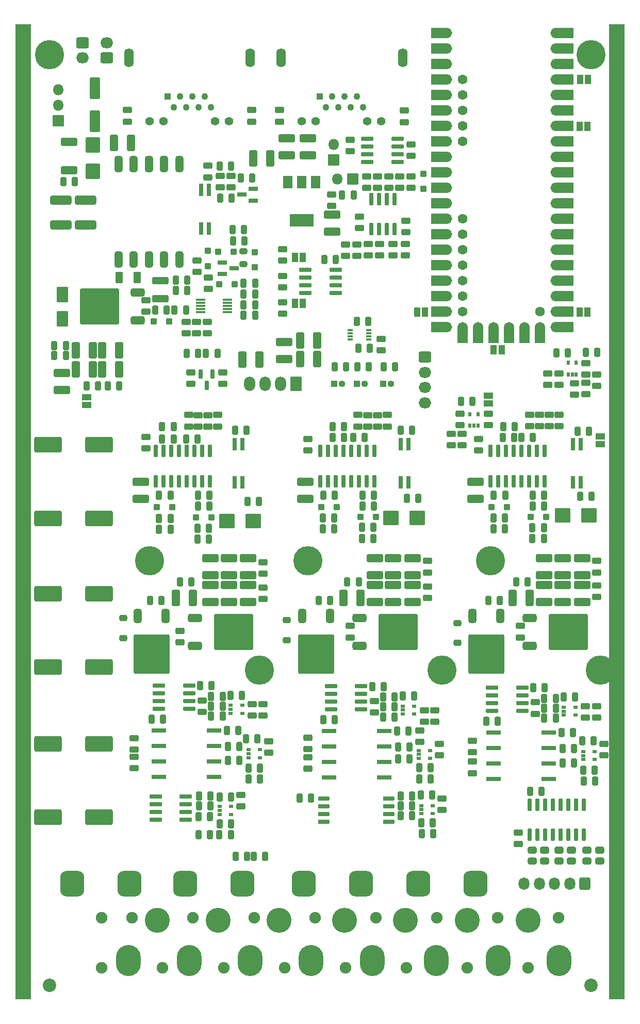
<source format=gts>
G04 #@! TF.GenerationSoftware,KiCad,Pcbnew,7.0.2-6a45011f42~172~ubuntu20.04.1*
G04 #@! TF.CreationDate,2023-06-13T08:43:18+02:00*
G04 #@! TF.ProjectId,inverter,696e7665-7274-4657-922e-6b696361645f,rev?*
G04 #@! TF.SameCoordinates,Original*
G04 #@! TF.FileFunction,Soldermask,Top*
G04 #@! TF.FilePolarity,Negative*
%FSLAX46Y46*%
G04 Gerber Fmt 4.6, Leading zero omitted, Abs format (unit mm)*
G04 Created by KiCad (PCBNEW 7.0.2-6a45011f42~172~ubuntu20.04.1) date 2023-06-13 08:43:18*
%MOMM*%
%LPD*%
G01*
G04 APERTURE LIST*
G04 Aperture macros list*
%AMRoundRect*
0 Rectangle with rounded corners*
0 $1 Rounding radius*
0 $2 $3 $4 $5 $6 $7 $8 $9 X,Y pos of 4 corners*
0 Add a 4 corners polygon primitive as box body*
4,1,4,$2,$3,$4,$5,$6,$7,$8,$9,$2,$3,0*
0 Add four circle primitives for the rounded corners*
1,1,$1+$1,$2,$3*
1,1,$1+$1,$4,$5*
1,1,$1+$1,$6,$7*
1,1,$1+$1,$8,$9*
0 Add four rect primitives between the rounded corners*
20,1,$1+$1,$2,$3,$4,$5,0*
20,1,$1+$1,$4,$5,$6,$7,0*
20,1,$1+$1,$6,$7,$8,$9,0*
20,1,$1+$1,$8,$9,$2,$3,0*%
G04 Aperture macros list end*
%ADD10RoundRect,0.300000X0.250000X0.250000X-0.250000X0.250000X-0.250000X-0.250000X0.250000X-0.250000X0*%
%ADD11RoundRect,0.293750X0.456250X-0.243750X0.456250X0.243750X-0.456250X0.243750X-0.456250X-0.243750X0*%
%ADD12RoundRect,0.050000X-0.325000X-0.200000X0.325000X-0.200000X0.325000X0.200000X-0.325000X0.200000X0*%
%ADD13RoundRect,0.293750X0.243750X0.456250X-0.243750X0.456250X-0.243750X-0.456250X0.243750X-0.456250X0*%
%ADD14RoundRect,0.293750X-0.243750X-0.456250X0.243750X-0.456250X0.243750X0.456250X-0.243750X0.456250X0*%
%ADD15RoundRect,0.200000X-0.825000X-0.150000X0.825000X-0.150000X0.825000X0.150000X-0.825000X0.150000X0*%
%ADD16RoundRect,0.293750X-0.456250X0.243750X-0.456250X-0.243750X0.456250X-0.243750X0.456250X0.243750X0*%
%ADD17RoundRect,0.300000X0.375000X1.075000X-0.375000X1.075000X-0.375000X-1.075000X0.375000X-1.075000X0*%
%ADD18RoundRect,0.050000X-0.500000X-0.750000X0.500000X-0.750000X0.500000X0.750000X-0.500000X0.750000X0*%
%ADD19RoundRect,0.299999X1.450001X-0.450001X1.450001X0.450001X-1.450001X0.450001X-1.450001X-0.450001X0*%
%ADD20RoundRect,0.300000X-0.250000X0.250000X-0.250000X-0.250000X0.250000X-0.250000X0.250000X0.250000X0*%
%ADD21RoundRect,0.300000X-1.075000X0.375000X-1.075000X-0.375000X1.075000X-0.375000X1.075000X0.375000X0*%
%ADD22RoundRect,0.300000X-0.375000X-1.075000X0.375000X-1.075000X0.375000X1.075000X-0.375000X1.075000X0*%
%ADD23RoundRect,0.050000X0.700000X0.150000X-0.700000X0.150000X-0.700000X-0.150000X0.700000X-0.150000X0*%
%ADD24RoundRect,0.300000X1.075000X-0.362500X1.075000X0.362500X-1.075000X0.362500X-1.075000X-0.362500X0*%
%ADD25RoundRect,0.300000X1.075000X-0.375000X1.075000X0.375000X-1.075000X0.375000X-1.075000X-0.375000X0*%
%ADD26RoundRect,0.300000X0.850000X0.350000X-0.850000X0.350000X-0.850000X-0.350000X0.850000X-0.350000X0*%
%ADD27RoundRect,0.299997X2.950003X2.650003X-2.950003X2.650003X-2.950003X-2.650003X2.950003X-2.650003X0*%
%ADD28RoundRect,0.300000X-0.750000X0.600000X-0.750000X-0.600000X0.750000X-0.600000X0.750000X0.600000X0*%
%ADD29O,2.100000X1.800000*%
%ADD30RoundRect,0.300000X-0.350000X0.850000X-0.350000X-0.850000X0.350000X-0.850000X0.350000X0.850000X0*%
%ADD31RoundRect,0.299997X-2.650003X2.950003X-2.650003X-2.950003X2.650003X-2.950003X2.650003X2.950003X0*%
%ADD32RoundRect,0.300000X-1.000000X-0.900000X1.000000X-0.900000X1.000000X0.900000X-1.000000X0.900000X0*%
%ADD33C,3.200000*%
%ADD34C,4.800000*%
%ADD35RoundRect,1.002500X-0.952500X-1.077500X0.952500X-1.077500X0.952500X1.077500X-0.952500X1.077500X0*%
%ADD36RoundRect,0.050000X-0.320000X1.000000X-0.320000X-1.000000X0.320000X-1.000000X0.320000X1.000000X0*%
%ADD37RoundRect,0.050000X0.750000X-0.500000X0.750000X0.500000X-0.750000X0.500000X-0.750000X-0.500000X0*%
%ADD38C,2.200000*%
%ADD39C,1.903400*%
%ADD40O,4.100000X5.100000*%
%ADD41O,4.100000X4.100000*%
%ADD42RoundRect,0.200000X0.150000X-0.825000X0.150000X0.825000X-0.150000X0.825000X-0.150000X-0.825000X0*%
%ADD43RoundRect,0.300000X0.600000X0.725000X-0.600000X0.725000X-0.600000X-0.725000X0.600000X-0.725000X0*%
%ADD44O,1.800000X2.050000*%
%ADD45RoundRect,0.300000X1.950000X1.000000X-1.950000X1.000000X-1.950000X-1.000000X1.950000X-1.000000X0*%
%ADD46RoundRect,0.300000X-0.850000X-0.350000X0.850000X-0.350000X0.850000X0.350000X-0.850000X0.350000X0*%
%ADD47RoundRect,0.299997X-2.950003X-2.650003X2.950003X-2.650003X2.950003X2.650003X-2.950003X2.650003X0*%
%ADD48RoundRect,0.050000X-0.500000X-0.500000X0.500000X-0.500000X0.500000X0.500000X-0.500000X0.500000X0*%
%ADD49C,1.100000*%
%ADD50C,1.400000*%
%ADD51O,1.600000X3.100000*%
%ADD52RoundRect,0.300000X-0.900000X1.000000X-0.900000X-1.000000X0.900000X-1.000000X0.900000X1.000000X0*%
%ADD53RoundRect,0.050000X1.000000X-0.800000X1.000000X0.800000X-1.000000X0.800000X-1.000000X-0.800000X0*%
%ADD54O,2.500000X1.700000*%
%ADD55RoundRect,0.050000X-1.000000X0.800000X-1.000000X-0.800000X1.000000X-0.800000X1.000000X0.800000X0*%
%ADD56C,1.600000*%
%ADD57RoundRect,0.050000X0.800000X1.000000X-0.800000X1.000000X-0.800000X-1.000000X0.800000X-1.000000X0*%
%ADD58O,1.700000X2.500000*%
%ADD59RoundRect,0.050000X0.200000X-0.325000X0.200000X0.325000X-0.200000X0.325000X-0.200000X-0.325000X0*%
%ADD60RoundRect,0.300000X-1.075000X0.312500X-1.075000X-0.312500X1.075000X-0.312500X1.075000X0.312500X0*%
%ADD61RoundRect,0.050000X-0.850000X0.850000X-0.850000X-0.850000X0.850000X-0.850000X0.850000X0.850000X0*%
%ADD62O,1.800000X1.800000*%
%ADD63RoundRect,0.200000X0.825000X0.150000X-0.825000X0.150000X-0.825000X-0.150000X0.825000X-0.150000X0*%
%ADD64RoundRect,0.300000X0.550000X-1.500000X0.550000X1.500000X-0.550000X1.500000X-0.550000X-1.500000X0*%
%ADD65RoundRect,0.200000X-0.150000X0.825000X-0.150000X-0.825000X0.150000X-0.825000X0.150000X0.825000X0*%
%ADD66RoundRect,0.300000X-0.450000X0.262500X-0.450000X-0.262500X0.450000X-0.262500X0.450000X0.262500X0*%
%ADD67RoundRect,0.050000X-0.400000X0.150000X-0.400000X-0.150000X0.400000X-0.150000X0.400000X0.150000X0*%
%ADD68RoundRect,0.300000X0.750000X-0.600000X0.750000X0.600000X-0.750000X0.600000X-0.750000X-0.600000X0*%
%ADD69RoundRect,0.212500X-1.012500X-0.162500X1.012500X-0.162500X1.012500X0.162500X-1.012500X0.162500X0*%
%ADD70RoundRect,0.050000X0.875000X1.125000X-0.875000X1.125000X-0.875000X-1.125000X0.875000X-1.125000X0*%
%ADD71O,1.850000X2.350000*%
%ADD72RoundRect,0.268750X0.381250X-0.218750X0.381250X0.218750X-0.381250X0.218750X-0.381250X-0.218750X0*%
%ADD73RoundRect,0.300000X0.450000X-0.262500X0.450000X0.262500X-0.450000X0.262500X-0.450000X-0.262500X0*%
%ADD74RoundRect,0.300000X-0.250000X-0.250000X0.250000X-0.250000X0.250000X0.250000X-0.250000X0.250000X0*%
%ADD75RoundRect,0.300000X0.250000X-0.250000X0.250000X0.250000X-0.250000X0.250000X-0.250000X-0.250000X0*%
%ADD76RoundRect,0.200000X-0.150000X0.587500X-0.150000X-0.587500X0.150000X-0.587500X0.150000X0.587500X0*%
%ADD77RoundRect,0.200000X0.587500X0.150000X-0.587500X0.150000X-0.587500X-0.150000X0.587500X-0.150000X0*%
%ADD78RoundRect,0.200000X-0.587500X-0.150000X0.587500X-0.150000X0.587500X0.150000X-0.587500X0.150000X0*%
%ADD79RoundRect,0.275000X0.375000X-0.225000X0.375000X0.225000X-0.375000X0.225000X-0.375000X-0.225000X0*%
%ADD80RoundRect,0.200000X-0.750000X-0.150000X0.750000X-0.150000X0.750000X0.150000X-0.750000X0.150000X0*%
%ADD81RoundRect,0.050000X0.850000X0.850000X-0.850000X0.850000X-0.850000X-0.850000X0.850000X-0.850000X0*%
%ADD82RoundRect,0.050000X0.500000X0.750000X-0.500000X0.750000X-0.500000X-0.750000X0.500000X-0.750000X0*%
%ADD83RoundRect,0.355000X-0.305000X-0.965000X0.305000X-0.965000X0.305000X0.965000X-0.305000X0.965000X0*%
%ADD84RoundRect,0.050000X-0.750000X0.500000X-0.750000X-0.500000X0.750000X-0.500000X0.750000X0.500000X0*%
%ADD85RoundRect,0.300000X0.650000X-1.000000X0.650000X1.000000X-0.650000X1.000000X-0.650000X-1.000000X0*%
%ADD86C,0.900000*%
%ADD87RoundRect,0.050000X-1.250000X-80.000000X1.250000X-80.000000X1.250000X80.000000X-1.250000X80.000000X0*%
%ADD88RoundRect,0.300000X-0.725000X0.600000X-0.725000X-0.600000X0.725000X-0.600000X0.725000X0.600000X0*%
%ADD89O,2.050000X1.800000*%
%ADD90RoundRect,0.300000X-0.325000X-0.650000X0.325000X-0.650000X0.325000X0.650000X-0.325000X0.650000X0*%
%ADD91RoundRect,0.050000X-0.750000X1.000000X-0.750000X-1.000000X0.750000X-1.000000X0.750000X1.000000X0*%
%ADD92RoundRect,0.050000X-1.900000X1.000000X-1.900000X-1.000000X1.900000X-1.000000X1.900000X1.000000X0*%
%ADD93RoundRect,0.050000X-0.500000X0.500000X-0.500000X-0.500000X0.500000X-0.500000X0.500000X0.500000X0*%
%ADD94O,1.100000X1.100000*%
G04 APERTURE END LIST*
D10*
G04 #@! TO.C,D701*
X94697089Y-101237500D03*
X92197089Y-101237500D03*
G04 #@! TD*
D11*
G04 #@! TO.C,C617*
X72650000Y-134822500D03*
X72650000Y-132947500D03*
G04 #@! TD*
D12*
G04 #@! TO.C,U604*
X80250000Y-141035000D03*
X80250000Y-141685000D03*
X80250000Y-142335000D03*
X82150000Y-142335000D03*
X82150000Y-141035000D03*
G04 #@! TD*
D13*
G04 #@! TO.C,C612*
X73827500Y-99300000D03*
X71952500Y-99300000D03*
G04 #@! TD*
D14*
G04 #@! TO.C,R603*
X65562500Y-103100000D03*
X67437500Y-103100000D03*
G04 #@! TD*
D15*
G04 #@! TO.C,U202*
X64975000Y-148719025D03*
X64975000Y-149989025D03*
X64975000Y-151259025D03*
X64975000Y-152529025D03*
X69925000Y-152529025D03*
X69925000Y-151259025D03*
X69925000Y-149989025D03*
X69925000Y-148719025D03*
G04 #@! TD*
D16*
G04 #@! TO.C,R419*
X96200000Y-58125000D03*
X96200000Y-60000000D03*
G04 #@! TD*
D13*
G04 #@! TO.C,C714*
X94437500Y-99300000D03*
X92562500Y-99300000D03*
G04 #@! TD*
D14*
G04 #@! TO.C,C491*
X130762500Y-75900000D03*
X132637500Y-75900000D03*
G04 #@! TD*
D13*
G04 #@! TO.C,R609*
X67937500Y-88000000D03*
X66062500Y-88000000D03*
G04 #@! TD*
D17*
G04 #@! TO.C,C522*
X83800000Y-44000000D03*
X81000000Y-44000000D03*
G04 #@! TD*
D14*
G04 #@! TO.C,C509*
X79442772Y-66250000D03*
X81317772Y-66250000D03*
G04 #@! TD*
D11*
G04 #@! TO.C,C527*
X76000000Y-81000000D03*
X76000000Y-79125000D03*
G04 #@! TD*
D14*
G04 #@! TO.C,R202*
X81125000Y-158500000D03*
X83000000Y-158500000D03*
G04 #@! TD*
D18*
G04 #@! TO.C,JP417*
X134600000Y-38700000D03*
X135900000Y-38700000D03*
G04 #@! TD*
D16*
G04 #@! TO.C,C528*
X70800000Y-79125000D03*
X70800000Y-81000000D03*
G04 #@! TD*
D19*
G04 #@! TO.C,C516*
X53500000Y-54940000D03*
X53500000Y-50840000D03*
G04 #@! TD*
D20*
G04 #@! TO.C,D403*
X108950000Y-46487500D03*
X108950000Y-48987500D03*
G04 #@! TD*
D21*
G04 #@! TO.C,F401*
X86500000Y-40700000D03*
X86500000Y-43500000D03*
G04 #@! TD*
D22*
G04 #@! TO.C,C525*
X88700000Y-76900000D03*
X91500000Y-76900000D03*
G04 #@! TD*
D11*
G04 #@! TO.C,R723*
X109600000Y-111937500D03*
X109600000Y-110062500D03*
G04 #@! TD*
G04 #@! TO.C,R722*
X109600000Y-116137500D03*
X109600000Y-114262500D03*
G04 #@! TD*
G04 #@! TO.C,C717*
X100900000Y-134927500D03*
X100900000Y-133052500D03*
G04 #@! TD*
D15*
G04 #@! TO.C,U605*
X65550000Y-130515000D03*
X65550000Y-131785000D03*
X65550000Y-133055000D03*
X65550000Y-134325000D03*
X70500000Y-134325000D03*
X70500000Y-133055000D03*
X70500000Y-131785000D03*
X70500000Y-130515000D03*
G04 #@! TD*
D23*
G04 #@! TO.C,U501*
X76800000Y-69200000D03*
X76800000Y-68700000D03*
X76800000Y-68200000D03*
X76800000Y-67700000D03*
X76800000Y-67200000D03*
X72400000Y-67200000D03*
X72400000Y-67700000D03*
X72400000Y-68200000D03*
X72400000Y-68700000D03*
X72400000Y-69200000D03*
G04 #@! TD*
D11*
G04 #@! TO.C,C604*
X70400000Y-87975000D03*
X70400000Y-86100000D03*
G04 #@! TD*
D16*
G04 #@! TO.C,R514*
X75587500Y-46865000D03*
X75587500Y-48740000D03*
G04 #@! TD*
D24*
G04 #@! TO.C,R513*
X50750000Y-45912500D03*
X50750000Y-41287500D03*
G04 #@! TD*
D25*
G04 #@! TO.C,C722*
X107200000Y-116825000D03*
X107200000Y-114025000D03*
G04 #@! TD*
D26*
G04 #@! TO.C,Q502*
X62065000Y-70580000D03*
D27*
X55765000Y-68300000D03*
D26*
X62065000Y-66020000D03*
G04 #@! TD*
D13*
G04 #@! TO.C,R810*
X136137500Y-88800000D03*
X134262500Y-88800000D03*
G04 #@! TD*
D16*
G04 #@! TO.C,R415*
X99869520Y-58062500D03*
X99869520Y-59937500D03*
G04 #@! TD*
D28*
G04 #@! TO.C,J401*
X53000000Y-25000000D03*
D29*
X53000000Y-27500000D03*
G04 #@! TD*
D25*
G04 #@! TO.C,C627*
X74000000Y-112425000D03*
X74000000Y-109625000D03*
G04 #@! TD*
G04 #@! TO.C,C622*
X80200000Y-116825000D03*
X80200000Y-114025000D03*
G04 #@! TD*
D14*
G04 #@! TO.C,R211*
X75487500Y-148800000D03*
X77362500Y-148800000D03*
G04 #@! TD*
D15*
G04 #@! TO.C,U705*
X93800000Y-130620000D03*
X93800000Y-131890000D03*
X93800000Y-133160000D03*
X93800000Y-134430000D03*
X98750000Y-134430000D03*
X98750000Y-133160000D03*
X98750000Y-131890000D03*
X98750000Y-130620000D03*
G04 #@! TD*
D13*
G04 #@! TO.C,R410*
X97487500Y-50000000D03*
X95612500Y-50000000D03*
G04 #@! TD*
D30*
G04 #@! TO.C,Q702*
X93595000Y-119047500D03*
D31*
X91315000Y-125347500D03*
D30*
X89035000Y-119047500D03*
G04 #@! TD*
D13*
G04 #@! TO.C,R614*
X81937500Y-100300000D03*
X80062500Y-100300000D03*
G04 #@! TD*
D32*
G04 #@! TO.C,D805*
X131800000Y-102600000D03*
X136100000Y-102600000D03*
G04 #@! TD*
D14*
G04 #@! TO.C,R619*
X74112500Y-135535000D03*
X75987500Y-135535000D03*
G04 #@! TD*
D13*
G04 #@! TO.C,R802*
X128737500Y-106368569D03*
X126862500Y-106368569D03*
G04 #@! TD*
D33*
G04 #@! TO.C,H107*
X47550000Y-27000000D03*
D34*
X47550000Y-27000000D03*
G04 #@! TD*
D11*
G04 #@! TO.C,C512*
X73675000Y-65437500D03*
X73675000Y-63562500D03*
G04 #@! TD*
D35*
G04 #@! TO.C,F601*
X69800000Y-163000000D03*
X79200000Y-163000000D03*
G04 #@! TD*
D21*
G04 #@! TO.C,L503*
X86100000Y-74100000D03*
X86100000Y-76900000D03*
G04 #@! TD*
D36*
G04 #@! TO.C,U702*
X106470000Y-90887500D03*
X105200000Y-90887500D03*
X105200000Y-97187500D03*
X106470000Y-97187500D03*
G04 #@! TD*
D16*
G04 #@! TO.C,R512*
X71750000Y-60712500D03*
X71750000Y-62587500D03*
G04 #@! TD*
D13*
G04 #@! TO.C,C204*
X73937500Y-152000000D03*
X72062500Y-152000000D03*
G04 #@! TD*
D10*
G04 #@! TO.C,D505*
X77800000Y-59300000D03*
X75300000Y-59300000D03*
G04 #@! TD*
D11*
G04 #@! TO.C,R707*
X96915000Y-122600000D03*
X96915000Y-120725000D03*
G04 #@! TD*
D37*
G04 #@! TO.C,JP502*
X119600000Y-84200000D03*
X119600000Y-82900000D03*
G04 #@! TD*
D14*
G04 #@! TO.C,R608*
X64062500Y-116525000D03*
X65937500Y-116525000D03*
G04 #@! TD*
D38*
G04 #@! TO.C,J101*
X136450000Y-179680000D03*
X47550000Y-179680000D03*
D39*
X56150000Y-176850000D03*
X56150000Y-168650001D03*
X61150000Y-168650001D03*
D40*
X60540000Y-175631001D03*
D39*
X66150000Y-176850000D03*
D41*
X65290000Y-169000000D03*
D39*
X71150000Y-168650001D03*
D40*
X70540000Y-175631001D03*
D39*
X76150000Y-176850000D03*
D41*
X75290000Y-169000000D03*
D39*
X81150000Y-168650001D03*
D40*
X80540000Y-175631001D03*
D39*
X86150000Y-176850000D03*
D41*
X85290000Y-169000000D03*
D39*
X91150000Y-168650001D03*
D40*
X90540000Y-175631001D03*
D39*
X96150000Y-176850000D03*
D41*
X96010000Y-169000000D03*
D39*
X101150000Y-168650001D03*
D40*
X100540000Y-175631001D03*
D39*
X106150000Y-176850000D03*
D41*
X106010000Y-169000000D03*
D39*
X111150000Y-168650001D03*
D40*
X111090000Y-175631001D03*
D41*
X116170000Y-169000000D03*
D39*
X116150000Y-176850001D03*
D40*
X121250000Y-175631001D03*
D39*
X121150000Y-168650001D03*
D41*
X126170000Y-169000000D03*
D39*
X126150000Y-176850001D03*
D40*
X131250000Y-175631001D03*
D39*
X131150000Y-168650001D03*
G04 #@! TD*
D18*
G04 #@! TO.C,JP404*
X134600000Y-69200000D03*
X135900000Y-69200000D03*
G04 #@! TD*
D42*
G04 #@! TO.C,U901*
X126420000Y-155000000D03*
X127690000Y-155000000D03*
X128960000Y-155000000D03*
X130230000Y-155000000D03*
X131500000Y-155000000D03*
X132770000Y-155000000D03*
X134040000Y-155000000D03*
X135310000Y-155000000D03*
X135310000Y-150050000D03*
X134040000Y-150050000D03*
X132770000Y-150050000D03*
X131500000Y-150050000D03*
X130230000Y-150050000D03*
X128960000Y-150050000D03*
X127690000Y-150050000D03*
X126420000Y-150050000D03*
G04 #@! TD*
D14*
G04 #@! TO.C,R818*
X128812500Y-132600000D03*
X130687500Y-132600000D03*
G04 #@! TD*
D13*
G04 #@! TO.C,C615*
X73827500Y-101037500D03*
X71952500Y-101037500D03*
G04 #@! TD*
D16*
G04 #@! TO.C,R717*
X90000000Y-142265000D03*
X90000000Y-144140000D03*
G04 #@! TD*
D11*
G04 #@! TO.C,C529*
X115331250Y-91037500D03*
X115331250Y-89162500D03*
G04 #@! TD*
D14*
G04 #@! TO.C,C607*
X66062500Y-90000000D03*
X67937500Y-90000000D03*
G04 #@! TD*
D16*
G04 #@! TO.C,R413*
X99650000Y-46925000D03*
X99650000Y-48800000D03*
G04 #@! TD*
D14*
G04 #@! TO.C,R715*
X108262500Y-145800000D03*
X110137500Y-145800000D03*
G04 #@! TD*
D16*
G04 #@! TO.C,C413*
X106053125Y-54212500D03*
X106053125Y-56087500D03*
G04 #@! TD*
D36*
G04 #@! TO.C,U802*
X134795000Y-90887500D03*
X133525000Y-90887500D03*
X133525000Y-97187500D03*
X134795000Y-97187500D03*
G04 #@! TD*
D14*
G04 #@! TO.C,R719*
X102362500Y-135640000D03*
X104237500Y-135640000D03*
G04 #@! TD*
D43*
G04 #@! TO.C,J901*
X135500000Y-163000000D03*
D44*
X133000000Y-163000000D03*
X130500000Y-163000000D03*
X128000000Y-163000000D03*
X125500000Y-163000000D03*
G04 #@! TD*
D16*
G04 #@! TO.C,R495*
X135600000Y-77562500D03*
X135600000Y-79437500D03*
G04 #@! TD*
D14*
G04 #@! TO.C,C806*
X131612500Y-138200000D03*
X133487500Y-138200000D03*
G04 #@! TD*
G04 #@! TO.C,C530*
X115162500Y-83900000D03*
X117037500Y-83900000D03*
G04 #@! TD*
D11*
G04 #@! TO.C,R490*
X131200000Y-81137500D03*
X131200000Y-79262500D03*
G04 #@! TD*
G04 #@! TO.C,R623*
X82600000Y-112137500D03*
X82600000Y-110262500D03*
G04 #@! TD*
D45*
G04 #@! TO.C,C621*
X55700000Y-103050000D03*
X47300000Y-103050000D03*
G04 #@! TD*
D16*
G04 #@! TO.C,R713*
X108400000Y-137862500D03*
X108400000Y-139737500D03*
G04 #@! TD*
D14*
G04 #@! TO.C,C207*
X108662500Y-154800000D03*
X110537500Y-154800000D03*
G04 #@! TD*
D25*
G04 #@! TO.C,C727*
X101000000Y-112425000D03*
X101000000Y-109625000D03*
G04 #@! TD*
D16*
G04 #@! TO.C,C703*
X103000000Y-86100000D03*
X103000000Y-87975000D03*
G04 #@! TD*
D13*
G04 #@! TO.C,R604*
X67437500Y-104900000D03*
X65562500Y-104900000D03*
G04 #@! TD*
D22*
G04 #@! TO.C,C504*
X56210574Y-78639220D03*
X59010574Y-78639220D03*
G04 #@! TD*
D13*
G04 #@! TO.C,R804*
X122337500Y-104800000D03*
X120462500Y-104800000D03*
G04 #@! TD*
D30*
G04 #@! TO.C,Q802*
X121545000Y-119047500D03*
D31*
X119265000Y-125347500D03*
D30*
X116985000Y-119047500D03*
G04 #@! TD*
D46*
G04 #@! TO.C,Q801*
X126425000Y-119432500D03*
D47*
X132725000Y-121712500D03*
D46*
X126425000Y-123992500D03*
G04 #@! TD*
D48*
G04 #@! TO.C,J404*
X91950000Y-33850000D03*
D49*
X92966000Y-35630000D03*
X93982000Y-33850000D03*
X94998000Y-35630000D03*
X96014000Y-33850000D03*
X97030000Y-35630000D03*
X98046000Y-33850000D03*
X99062000Y-35630000D03*
D50*
X88965500Y-37914000D03*
X91251500Y-37914000D03*
X99760500Y-37914000D03*
X102046500Y-37914000D03*
D51*
X85600000Y-27500000D03*
X105539000Y-27500000D03*
G04 #@! TD*
D52*
G04 #@! TO.C,D507*
X54650000Y-41790000D03*
X54650000Y-46090000D03*
G04 #@! TD*
D11*
G04 #@! TO.C,R417*
X101450000Y-48800000D03*
X101450000Y-46925000D03*
G04 #@! TD*
D14*
G04 #@! TO.C,R503*
X79442772Y-68000000D03*
X81317772Y-68000000D03*
G04 #@! TD*
D15*
G04 #@! TO.C,U805*
X120250000Y-130830000D03*
X120250000Y-132100000D03*
X120250000Y-133370000D03*
X120250000Y-134640000D03*
X125200000Y-134640000D03*
X125200000Y-133370000D03*
X125200000Y-132100000D03*
X125200000Y-130830000D03*
G04 #@! TD*
D11*
G04 #@! TO.C,R494*
X137400000Y-81300000D03*
X137400000Y-79425000D03*
G04 #@! TD*
D16*
G04 #@! TO.C,R617*
X61500000Y-142222500D03*
X61500000Y-144097500D03*
G04 #@! TD*
D10*
G04 #@! TO.C,D702*
X101129499Y-102800000D03*
X98629499Y-102800000D03*
G04 #@! TD*
D11*
G04 #@! TO.C,C705*
X90000000Y-91937500D03*
X90000000Y-90062500D03*
G04 #@! TD*
D16*
G04 #@! TO.C,R806*
X128000000Y-86062500D03*
X128000000Y-87937500D03*
G04 #@! TD*
G04 #@! TO.C,C713*
X111600000Y-140062500D03*
X111600000Y-141937500D03*
G04 #@! TD*
D14*
G04 #@! TO.C,R611*
X76862500Y-140485000D03*
X78737500Y-140485000D03*
G04 #@! TD*
D32*
G04 #@! TO.C,D605*
X76700000Y-103500000D03*
X81000000Y-103500000D03*
G04 #@! TD*
D25*
G04 #@! TO.C,C824*
X131800000Y-116825000D03*
X131800000Y-114025000D03*
G04 #@! TD*
D13*
G04 #@! TO.C,C808*
X126075000Y-113525000D03*
X124200000Y-113525000D03*
G04 #@! TD*
D14*
G04 #@! TO.C,NTC501*
X79442772Y-64500000D03*
X81317772Y-64500000D03*
G04 #@! TD*
D25*
G04 #@! TO.C,C523*
X94000000Y-56000000D03*
X94000000Y-53200000D03*
G04 #@! TD*
D14*
G04 #@! TO.C,C601*
X64312500Y-136035000D03*
X66187500Y-136035000D03*
G04 #@! TD*
D16*
G04 #@! TO.C,R426*
X101987500Y-73587500D03*
X101987500Y-75462500D03*
G04 #@! TD*
G04 #@! TO.C,R401*
X96950000Y-40905000D03*
X96950000Y-42780000D03*
G04 #@! TD*
D14*
G04 #@! TO.C,C611*
X72312500Y-130535000D03*
X74187500Y-130535000D03*
G04 #@! TD*
D36*
G04 #@! TO.C,U502*
X73735000Y-49165000D03*
X72465000Y-49165000D03*
X72465000Y-55465000D03*
X73735000Y-55465000D03*
G04 #@! TD*
D17*
G04 #@! TO.C,C609*
X71149999Y-116135000D03*
X68349999Y-116135000D03*
G04 #@! TD*
D16*
G04 #@! TO.C,R405*
X85350000Y-36062500D03*
X85350000Y-37937500D03*
G04 #@! TD*
D46*
G04 #@! TO.C,Q601*
X71475000Y-119432500D03*
D47*
X77775000Y-121712500D03*
D46*
X71475000Y-123992500D03*
G04 #@! TD*
D33*
G04 #@! TO.C,H104*
X82000000Y-128000000D03*
D34*
X82000000Y-128000000D03*
G04 #@! TD*
D14*
G04 #@! TO.C,C710*
X108262500Y-144000000D03*
X110137500Y-144000000D03*
G04 #@! TD*
D53*
G04 #@! TO.C,U401*
X111270000Y-23440000D03*
D54*
X112470000Y-23440000D03*
D53*
X111270000Y-25980000D03*
D54*
X112470000Y-25980000D03*
D53*
X111270000Y-28520000D03*
D54*
X112470000Y-28520000D03*
D53*
X111270000Y-31060000D03*
D54*
X112470000Y-31060000D03*
D53*
X111270000Y-33600000D03*
D54*
X112470000Y-33600000D03*
D53*
X111270000Y-36140000D03*
D54*
X112470000Y-36140000D03*
D53*
X111270000Y-38680000D03*
D54*
X112470000Y-38680000D03*
D53*
X111270000Y-41220000D03*
D54*
X112470000Y-41220000D03*
D53*
X111270000Y-43760000D03*
D54*
X112470000Y-43760000D03*
D53*
X111270000Y-46300000D03*
D54*
X112470000Y-46300000D03*
D53*
X111270000Y-48840000D03*
D54*
X112470000Y-48840000D03*
D53*
X111270000Y-51380000D03*
D54*
X112470000Y-51380000D03*
D53*
X111270000Y-53920000D03*
D54*
X112470000Y-53920000D03*
D53*
X111270000Y-56460000D03*
D54*
X112470000Y-56460000D03*
D53*
X111270000Y-59000000D03*
D54*
X112470000Y-59000000D03*
D53*
X111270000Y-61540000D03*
D54*
X112470000Y-61540000D03*
D53*
X111270000Y-64080000D03*
D54*
X112470000Y-64080000D03*
D53*
X111270000Y-66620000D03*
D54*
X112470000Y-66620000D03*
D53*
X111260000Y-69160000D03*
D54*
X112470000Y-69160000D03*
D53*
X111260000Y-71700000D03*
D54*
X112470000Y-71700000D03*
X131050000Y-71700000D03*
D55*
X132600000Y-71700000D03*
D54*
X131050000Y-69160000D03*
D55*
X132600000Y-69160000D03*
D54*
X131050000Y-66620000D03*
D55*
X132600000Y-66620000D03*
D54*
X131050000Y-64080000D03*
D55*
X132600000Y-64080000D03*
D54*
X131050000Y-61540000D03*
D55*
X132600000Y-61540000D03*
D54*
X131050000Y-59000000D03*
D55*
X132600000Y-59000000D03*
D54*
X131050000Y-56460000D03*
D55*
X132600000Y-56460000D03*
D54*
X131050000Y-53920000D03*
D55*
X132600000Y-53920000D03*
D54*
X131050000Y-51380000D03*
D55*
X132600000Y-51380000D03*
D54*
X131050000Y-48840000D03*
D55*
X132600000Y-48840000D03*
D54*
X131050000Y-46300000D03*
D55*
X132600000Y-46300000D03*
D54*
X131050000Y-43760000D03*
D55*
X132600000Y-43760000D03*
D54*
X131050000Y-41220000D03*
D55*
X132600000Y-41220000D03*
D54*
X131050000Y-38680000D03*
D55*
X132600000Y-38680000D03*
D54*
X131050000Y-36140000D03*
D55*
X132600000Y-36140000D03*
D54*
X131050000Y-33600000D03*
D55*
X132600000Y-33600000D03*
D54*
X131050000Y-31060000D03*
D55*
X132600000Y-31060000D03*
D54*
X131050000Y-28520000D03*
D55*
X132600000Y-28520000D03*
D54*
X131050000Y-25980000D03*
D55*
X132600000Y-25980000D03*
D54*
X131050000Y-23440000D03*
D55*
X132600000Y-23440000D03*
D56*
X115410000Y-31060000D03*
X115410000Y-33600000D03*
X115410000Y-36140000D03*
X115410000Y-38680000D03*
X115410000Y-41220000D03*
X115410000Y-53920000D03*
X115410000Y-56460000D03*
X115410000Y-59000000D03*
X115410000Y-61540000D03*
X115410000Y-64080000D03*
X115410000Y-66620000D03*
X115410000Y-69160000D03*
D57*
X115410000Y-73300000D03*
D58*
X115410000Y-72100000D03*
D57*
X117950000Y-73300000D03*
D58*
X117950000Y-72100000D03*
D57*
X120490000Y-73300000D03*
D58*
X120490000Y-72100000D03*
D57*
X123030000Y-73300000D03*
D58*
X123030000Y-72100000D03*
D57*
X125570000Y-73300000D03*
D58*
X125570000Y-72100000D03*
D57*
X128110000Y-73300000D03*
D58*
X128110000Y-72100000D03*
D56*
X128110000Y-69160000D03*
G04 #@! TD*
D13*
G04 #@! TO.C,C802*
X126937500Y-89775000D03*
X125062500Y-89775000D03*
G04 #@! TD*
G04 #@! TO.C,R814*
X136537500Y-99400000D03*
X134662500Y-99400000D03*
G04 #@! TD*
D11*
G04 #@! TO.C,R823*
X137400000Y-111937500D03*
X137400000Y-110062500D03*
G04 #@! TD*
D59*
G04 #@! TO.C,U490*
X132750000Y-79450000D03*
X133400000Y-79450000D03*
X134050000Y-79450000D03*
X134050000Y-77550000D03*
X132750000Y-77550000D03*
G04 #@! TD*
D60*
G04 #@! TO.C,R510*
X65800000Y-64077500D03*
X65800000Y-67002500D03*
G04 #@! TD*
D13*
G04 #@! TO.C,C801*
X121187500Y-136350000D03*
X119312500Y-136350000D03*
G04 #@! TD*
D61*
G04 #@! TO.C,JP403*
X97325000Y-47400000D03*
D62*
X94785000Y-47400000D03*
G04 #@! TD*
D63*
G04 #@! TO.C,U405*
X94525000Y-66070000D03*
X94525000Y-64800000D03*
X94525000Y-63530000D03*
X94525000Y-62260000D03*
X89575000Y-62260000D03*
X89575000Y-63530000D03*
X89575000Y-64800000D03*
X89575000Y-66070000D03*
G04 #@! TD*
D14*
G04 #@! TO.C,R812*
X131812500Y-143200000D03*
X133687500Y-143200000D03*
G04 #@! TD*
G04 #@! TO.C,R718*
X102362500Y-132390000D03*
X104237500Y-132390000D03*
G04 #@! TD*
D17*
G04 #@! TO.C,C809*
X126400000Y-116125000D03*
X123600000Y-116125000D03*
G04 #@! TD*
D16*
G04 #@! TO.C,R411*
X85850000Y-67600000D03*
X85850000Y-69475000D03*
G04 #@! TD*
D33*
G04 #@! TO.C,H108*
X136450000Y-27000000D03*
D34*
X136450000Y-27000000D03*
G04 #@! TD*
D13*
G04 #@! TO.C,R620*
X75987500Y-133885000D03*
X74112500Y-133885000D03*
G04 #@! TD*
D35*
G04 #@! TO.C,F801*
X108100000Y-163000000D03*
X117500000Y-163000000D03*
G04 #@! TD*
D11*
G04 #@! TO.C,R519*
X93900000Y-51800000D03*
X93900000Y-49925000D03*
G04 #@! TD*
D64*
G04 #@! TO.C,C521*
X55050000Y-37900000D03*
X55050000Y-32500000D03*
G04 #@! TD*
D13*
G04 #@! TO.C,R709*
X95937500Y-88000000D03*
X94062500Y-88000000D03*
G04 #@! TD*
D16*
G04 #@! TO.C,C531*
X119600000Y-85912500D03*
X119600000Y-87787500D03*
G04 #@! TD*
D13*
G04 #@! TO.C,C819*
X133887500Y-132400000D03*
X132012500Y-132400000D03*
G04 #@! TD*
D14*
G04 #@! TO.C,C606*
X76662500Y-137885000D03*
X78537500Y-137885000D03*
G04 #@! TD*
D11*
G04 #@! TO.C,C817*
X127350000Y-135137500D03*
X127350000Y-133262500D03*
G04 #@! TD*
D14*
G04 #@! TO.C,R701*
X98862500Y-104560568D03*
X100737500Y-104560568D03*
G04 #@! TD*
D25*
G04 #@! TO.C,C623*
X77000000Y-112425000D03*
X77000000Y-109625000D03*
G04 #@! TD*
D13*
G04 #@! TO.C,R511*
X79575000Y-57500000D03*
X77700000Y-57500000D03*
G04 #@! TD*
D16*
G04 #@! TO.C,C511*
X70000000Y-70815000D03*
X70000000Y-72690000D03*
G04 #@! TD*
D36*
G04 #@! TO.C,U602*
X79270000Y-90887500D03*
X78000000Y-90887500D03*
X78000000Y-97187500D03*
X79270000Y-97187500D03*
G04 #@! TD*
D11*
G04 #@! TO.C,R491*
X129400000Y-81137500D03*
X129400000Y-79262500D03*
G04 #@! TD*
D13*
G04 #@! TO.C,R602*
X73737500Y-106500000D03*
X71862500Y-106500000D03*
G04 #@! TD*
D11*
G04 #@! TO.C,C605*
X63400000Y-91537500D03*
X63400000Y-89662500D03*
G04 #@! TD*
D14*
G04 #@! TO.C,R206*
X108600000Y-153050000D03*
X110475000Y-153050000D03*
G04 #@! TD*
D13*
G04 #@! TO.C,C715*
X100827500Y-101037500D03*
X98952500Y-101037500D03*
G04 #@! TD*
G04 #@! TO.C,C815*
X128777500Y-101037500D03*
X126902500Y-101037500D03*
G04 #@! TD*
D25*
G04 #@! TO.C,C725*
X107200000Y-112425000D03*
X107200000Y-109625000D03*
G04 #@! TD*
D11*
G04 #@! TO.C,C805*
X118000000Y-91937500D03*
X118000000Y-90062500D03*
G04 #@! TD*
D46*
G04 #@! TO.C,Q701*
X98475000Y-119432500D03*
D47*
X104775000Y-121712500D03*
D46*
X98475000Y-123992500D03*
G04 #@! TD*
D65*
G04 #@! TO.C,U406*
X104190000Y-50662500D03*
X102920000Y-50662500D03*
X101650000Y-50662500D03*
X100380000Y-50662500D03*
X100380000Y-55612500D03*
X101650000Y-55612500D03*
X102920000Y-55612500D03*
X104190000Y-55612500D03*
G04 #@! TD*
D13*
G04 #@! TO.C,R704*
X94337500Y-104800000D03*
X92462500Y-104800000D03*
G04 #@! TD*
D25*
G04 #@! TO.C,C822*
X135000000Y-116825000D03*
X135000000Y-114025000D03*
G04 #@! TD*
D13*
G04 #@! TO.C,C812*
X128777500Y-99300000D03*
X126902500Y-99300000D03*
G04 #@! TD*
D66*
G04 #@! TO.C,R903*
X133280000Y-157487500D03*
X133280000Y-159312500D03*
G04 #@! TD*
D13*
G04 #@! TO.C,C712*
X100827500Y-99300000D03*
X98952500Y-99300000D03*
G04 #@! TD*
G04 #@! TO.C,R613*
X81737500Y-139200000D03*
X79862500Y-139200000D03*
G04 #@! TD*
D12*
G04 #@! TO.C,U706*
X105575000Y-133870000D03*
X105575000Y-134520000D03*
X105575000Y-135170000D03*
X107475000Y-135170000D03*
X107475000Y-133870000D03*
G04 #@! TD*
D14*
G04 #@! TO.C,R502*
X73262500Y-76000000D03*
X75137500Y-76000000D03*
G04 #@! TD*
D16*
G04 #@! TO.C,C209*
X112000000Y-149062500D03*
X112000000Y-150937500D03*
G04 #@! TD*
D25*
G04 #@! TO.C,C716*
X89600000Y-99837500D03*
X89600000Y-97037500D03*
G04 #@! TD*
D14*
G04 #@! TO.C,R819*
X128812500Y-135850000D03*
X130687500Y-135850000D03*
G04 #@! TD*
D13*
G04 #@! TO.C,R506*
X70212500Y-64002500D03*
X68337500Y-64002500D03*
G04 #@! TD*
G04 #@! TO.C,C201*
X90537500Y-149000000D03*
X88662500Y-149000000D03*
G04 #@! TD*
D67*
G04 #@! TO.C,U410*
X96900000Y-72175000D03*
X96900000Y-72675000D03*
X96900000Y-73175000D03*
X96900000Y-73675000D03*
X100000000Y-73675000D03*
X100000000Y-73175000D03*
X100000000Y-72675000D03*
X100000000Y-72175000D03*
G04 #@! TD*
D68*
G04 #@! TO.C,J402*
X57000000Y-27500000D03*
D29*
X57000000Y-25000000D03*
G04 #@! TD*
D13*
G04 #@! TO.C,R720*
X104237500Y-133990000D03*
X102362500Y-133990000D03*
G04 #@! TD*
D14*
G04 #@! TO.C,R615*
X80262500Y-145800000D03*
X82137500Y-145800000D03*
G04 #@! TD*
G04 #@! TO.C,C501*
X53673074Y-81339220D03*
X55548074Y-81339220D03*
G04 #@! TD*
D69*
G04 #@! TO.C,U601*
X65550000Y-137865000D03*
X65550000Y-140405000D03*
X65550000Y-142945000D03*
X65550000Y-145485000D03*
X74600000Y-145485000D03*
X74600000Y-142945000D03*
X74600000Y-140405000D03*
X74600000Y-137865000D03*
G04 #@! TD*
D22*
G04 #@! TO.C,C519*
X58125000Y-41440000D03*
X60925000Y-41440000D03*
G04 #@! TD*
D16*
G04 #@! TO.C,C813*
X138600000Y-140062500D03*
X138600000Y-141937500D03*
G04 #@! TD*
D14*
G04 #@! TO.C,R201*
X78125000Y-158500000D03*
X80000000Y-158500000D03*
G04 #@! TD*
D11*
G04 #@! TO.C,R821*
X135550000Y-135737500D03*
X135550000Y-133862500D03*
G04 #@! TD*
D12*
G04 #@! TO.C,U204*
X75475000Y-150350000D03*
X75475000Y-151000000D03*
X75475000Y-151650000D03*
X77375000Y-151650000D03*
X77375000Y-150350000D03*
G04 #@! TD*
D25*
G04 #@! TO.C,C816*
X117550000Y-99837500D03*
X117550000Y-97037500D03*
G04 #@! TD*
D45*
G04 #@! TO.C,C620*
X55700000Y-91000000D03*
X47300000Y-91000000D03*
G04 #@! TD*
D12*
G04 #@! TO.C,U806*
X132025000Y-134080000D03*
X132025000Y-134730000D03*
X132025000Y-135380000D03*
X133925000Y-135380000D03*
X133925000Y-134080000D03*
G04 #@! TD*
D19*
G04 #@! TO.C,C517*
X49400000Y-54940000D03*
X49400000Y-50840000D03*
G04 #@! TD*
D11*
G04 #@! TO.C,R470*
X104000000Y-59937500D03*
X104000000Y-58062500D03*
G04 #@! TD*
D13*
G04 #@! TO.C,R610*
X79922500Y-88637500D03*
X78047500Y-88637500D03*
G04 #@! TD*
D14*
G04 #@! TO.C,R450*
X102412500Y-78200000D03*
X104287500Y-78200000D03*
G04 #@! TD*
G04 #@! TO.C,C217*
X75487500Y-153200000D03*
X77362500Y-153200000D03*
G04 #@! TD*
G04 #@! TO.C,R808*
X119650000Y-116525000D03*
X121525000Y-116525000D03*
G04 #@! TD*
D45*
G04 #@! TO.C,C820*
X55700000Y-140050000D03*
X47300000Y-140050000D03*
G04 #@! TD*
D11*
G04 #@! TO.C,R822*
X137400000Y-115937500D03*
X137400000Y-114062500D03*
G04 #@! TD*
D14*
G04 #@! TO.C,R703*
X92462500Y-103000000D03*
X94337500Y-103000000D03*
G04 #@! TD*
D13*
G04 #@! TO.C,R714*
X108137500Y-99800000D03*
X106262500Y-99800000D03*
G04 #@! TD*
D11*
G04 #@! TO.C,C704*
X98200000Y-87975000D03*
X98200000Y-86100000D03*
G04 #@! TD*
D70*
G04 #@! TO.C,PS501*
X88020000Y-81000000D03*
D71*
X85480000Y-81000000D03*
X82940000Y-81000000D03*
X80400000Y-81000000D03*
G04 #@! TD*
D14*
G04 #@! TO.C,C701*
X92562500Y-136140000D03*
X94437500Y-136140000D03*
G04 #@! TD*
D12*
G04 #@! TO.C,U606*
X77325000Y-133765000D03*
X77325000Y-134415000D03*
X77325000Y-135065000D03*
X79225000Y-135065000D03*
X79225000Y-133765000D03*
G04 #@! TD*
D16*
G04 #@! TO.C,R508*
X63400000Y-67262500D03*
X63400000Y-69137500D03*
G04 #@! TD*
D72*
G04 #@! TO.C,L502*
X79450000Y-61362500D03*
X79450000Y-59237500D03*
G04 #@! TD*
D13*
G04 #@! TO.C,C708*
X98337500Y-113525000D03*
X96462500Y-113525000D03*
G04 #@! TD*
D25*
G04 #@! TO.C,C723*
X104000000Y-112425000D03*
X104000000Y-109625000D03*
G04 #@! TD*
D45*
G04 #@! TO.C,C821*
X55700000Y-152100000D03*
X47300000Y-152100000D03*
G04 #@! TD*
D11*
G04 #@! TO.C,R515*
X73600000Y-47077500D03*
X73600000Y-45202500D03*
G04 #@! TD*
D73*
G04 #@! TO.C,R902*
X135800000Y-159312500D03*
X135800000Y-157487500D03*
G04 #@! TD*
D11*
G04 #@! TO.C,C618*
X82600000Y-135422500D03*
X82600000Y-133547500D03*
G04 #@! TD*
D16*
G04 #@! TO.C,R414*
X103250000Y-46925000D03*
X103250000Y-48800000D03*
G04 #@! TD*
D73*
G04 #@! TO.C,R904*
X131200000Y-159312500D03*
X131200000Y-157487500D03*
G04 #@! TD*
D14*
G04 #@! TO.C,R712*
X104812500Y-142500000D03*
X106687500Y-142500000D03*
G04 #@! TD*
G04 #@! TO.C,C508*
X79442772Y-69750000D03*
X81317772Y-69750000D03*
G04 #@! TD*
D17*
G04 #@! TO.C,C709*
X98600000Y-116125000D03*
X95800000Y-116125000D03*
G04 #@! TD*
D21*
G04 #@! TO.C,F402*
X90000000Y-40700000D03*
X90000000Y-43500000D03*
G04 #@! TD*
D16*
G04 #@! TO.C,R706*
X99800000Y-86125000D03*
X99800000Y-88000000D03*
G04 #@! TD*
G04 #@! TO.C,R409*
X85850000Y-58862500D03*
X85850000Y-60737500D03*
G04 #@! TD*
D10*
G04 #@! TO.C,D602*
X74129499Y-102939432D03*
X71629499Y-102939432D03*
G04 #@! TD*
D12*
G04 #@! TO.C,U203*
X108587500Y-150200000D03*
X108587500Y-150850000D03*
X108587500Y-151500000D03*
X110487500Y-151500000D03*
X110487500Y-150200000D03*
G04 #@! TD*
D14*
G04 #@! TO.C,R708*
X91762500Y-116525000D03*
X93637500Y-116525000D03*
G04 #@! TD*
D74*
G04 #@! TO.C,D502*
X75450000Y-64650000D03*
X77950000Y-64650000D03*
G04 #@! TD*
D33*
G04 #@! TO.C,H101*
X64000000Y-110000000D03*
D34*
X64000000Y-110000000D03*
G04 #@! TD*
D14*
G04 #@! TO.C,R212*
X75462500Y-155000000D03*
X77337500Y-155000000D03*
G04 #@! TD*
G04 #@! TO.C,R801*
X126862500Y-104568569D03*
X128737500Y-104568569D03*
G04 #@! TD*
D69*
G04 #@! TO.C,U701*
X93500000Y-137970000D03*
X93500000Y-140510000D03*
X93500000Y-143050000D03*
X93500000Y-145590000D03*
X102550000Y-145590000D03*
X102550000Y-143050000D03*
X102550000Y-140510000D03*
X102550000Y-137970000D03*
G04 #@! TD*
D22*
G04 #@! TO.C,C505*
X51898074Y-75439220D03*
X54698074Y-75439220D03*
G04 #@! TD*
D14*
G04 #@! TO.C,C902*
X126462500Y-147900000D03*
X128337500Y-147900000D03*
G04 #@! TD*
D18*
G04 #@! TO.C,JP410*
X120500000Y-75400000D03*
X121800000Y-75400000D03*
G04 #@! TD*
D75*
G04 #@! TO.C,D506*
X73600000Y-61650000D03*
X73600000Y-59150000D03*
G04 #@! TD*
D11*
G04 #@! TO.C,C901*
X124500000Y-156500000D03*
X124500000Y-154625000D03*
G04 #@! TD*
D16*
G04 #@! TO.C,C411*
X101769520Y-58000000D03*
X101769520Y-59875000D03*
G04 #@! TD*
D12*
G04 #@! TO.C,U804*
X135200000Y-141350000D03*
X135200000Y-142000000D03*
X135200000Y-142650000D03*
X137100000Y-142650000D03*
X137100000Y-141350000D03*
G04 #@! TD*
D76*
G04 #@! TO.C,U505*
X74315000Y-79350000D03*
X72415000Y-79350000D03*
X73365000Y-81225000D03*
G04 #@! TD*
D16*
G04 #@! TO.C,C490*
X135600000Y-80800000D03*
X135600000Y-82675000D03*
G04 #@! TD*
D11*
G04 #@! TO.C,C507*
X73450000Y-72690000D03*
X73450000Y-70815000D03*
G04 #@! TD*
D14*
G04 #@! TO.C,R501*
X70062500Y-76000000D03*
X71937500Y-76000000D03*
G04 #@! TD*
D10*
G04 #@! TO.C,D801*
X122647089Y-101237500D03*
X120147089Y-101237500D03*
G04 #@! TD*
D30*
G04 #@! TO.C,Q602*
X66595000Y-119047500D03*
D31*
X64315000Y-125347500D03*
D30*
X62035000Y-119047500D03*
G04 #@! TD*
D77*
G04 #@! TO.C,U503*
X81000000Y-50900000D03*
X81000000Y-49000000D03*
X79125000Y-49950000D03*
G04 #@! TD*
D66*
G04 #@! TO.C,R905*
X128880000Y-157487500D03*
X128880000Y-159312500D03*
G04 #@! TD*
D25*
G04 #@! TO.C,C825*
X135000000Y-112425000D03*
X135000000Y-109625000D03*
G04 #@! TD*
D13*
G04 #@! TO.C,R809*
X123937500Y-88000000D03*
X122062500Y-88000000D03*
G04 #@! TD*
D14*
G04 #@! TO.C,C707*
X94050000Y-89775000D03*
X95925000Y-89775000D03*
G04 #@! TD*
D13*
G04 #@! TO.C,C608*
X70875000Y-113535000D03*
X69000000Y-113535000D03*
G04 #@! TD*
D33*
G04 #@! TO.C,H102*
X90000000Y-110000000D03*
D34*
X90000000Y-110000000D03*
G04 #@! TD*
D78*
G04 #@! TO.C,Q501*
X75975000Y-61050000D03*
X75975000Y-62950000D03*
X77850000Y-62000000D03*
G04 #@! TD*
D63*
G04 #@! TO.C,U402*
X104700000Y-44570000D03*
X104700000Y-43300000D03*
X104700000Y-42030000D03*
X104700000Y-40760000D03*
X99750000Y-40760000D03*
X99750000Y-42030000D03*
X99750000Y-43300000D03*
X99750000Y-44570000D03*
G04 #@! TD*
D10*
G04 #@! TO.C,D802*
X129079499Y-102808001D03*
X126579499Y-102808001D03*
G04 #@! TD*
D14*
G04 #@! TO.C,R815*
X135262500Y-146200000D03*
X137137500Y-146200000D03*
G04 #@! TD*
D11*
G04 #@! TO.C,C412*
X106950000Y-48787500D03*
X106950000Y-46912500D03*
G04 #@! TD*
D16*
G04 #@! TO.C,R418*
X98000000Y-58125000D03*
X98000000Y-60000000D03*
G04 #@! TD*
G04 #@! TO.C,R402*
X80750000Y-36062500D03*
X80750000Y-37937500D03*
G04 #@! TD*
D25*
G04 #@! TO.C,C823*
X131800000Y-112425000D03*
X131800000Y-109625000D03*
G04 #@! TD*
D20*
G04 #@! TO.C,D501*
X81300000Y-59350000D03*
X81300000Y-61850000D03*
G04 #@! TD*
D25*
G04 #@! TO.C,C726*
X101000000Y-116825000D03*
X101000000Y-114025000D03*
G04 #@! TD*
D79*
G04 #@! TO.C,D804*
X114525000Y-123525000D03*
X114525000Y-120225000D03*
G04 #@! TD*
D13*
G04 #@! TO.C,C814*
X122387500Y-99300000D03*
X120512500Y-99300000D03*
G04 #@! TD*
G04 #@! TO.C,C719*
X107437500Y-132190000D03*
X105562500Y-132190000D03*
G04 #@! TD*
G04 #@! TO.C,R820*
X130687500Y-134200000D03*
X128812500Y-134200000D03*
G04 #@! TD*
D11*
G04 #@! TO.C,R807*
X124865000Y-122600000D03*
X124865000Y-120725000D03*
G04 #@! TD*
D16*
G04 #@! TO.C,R816*
X117000000Y-139587500D03*
X117000000Y-141462500D03*
G04 #@! TD*
G04 #@! TO.C,R492*
X133800000Y-80862500D03*
X133800000Y-82737500D03*
G04 #@! TD*
D11*
G04 #@! TO.C,R404*
X105850000Y-38025000D03*
X105850000Y-36150000D03*
G04 #@! TD*
D16*
G04 #@! TO.C,R403*
X60350000Y-36062500D03*
X60350000Y-37937500D03*
G04 #@! TD*
D14*
G04 #@! TO.C,R209*
X72087500Y-150200000D03*
X73962500Y-150200000D03*
G04 #@! TD*
G04 #@! TO.C,R811*
X131812500Y-140800000D03*
X133687500Y-140800000D03*
G04 #@! TD*
D13*
G04 #@! TO.C,C202*
X73962500Y-148600000D03*
X72087500Y-148600000D03*
G04 #@! TD*
D11*
G04 #@! TO.C,C818*
X137400000Y-135737500D03*
X137400000Y-133862500D03*
G04 #@! TD*
G04 #@! TO.C,R607*
X68999999Y-123427500D03*
X68999999Y-121552500D03*
G04 #@! TD*
D66*
G04 #@! TO.C,R901*
X137880000Y-157487500D03*
X137880000Y-159312500D03*
G04 #@! TD*
D14*
G04 #@! TO.C,R601*
X71862500Y-104700000D03*
X73737500Y-104700000D03*
G04 #@! TD*
G04 #@! TO.C,C807*
X122000000Y-89775000D03*
X123875000Y-89775000D03*
G04 #@! TD*
D80*
G04 #@! TO.C,U201*
X92612500Y-149095000D03*
X92612500Y-150365000D03*
X92612500Y-151635000D03*
X92612500Y-152905000D03*
X103262500Y-152905000D03*
X103262500Y-151635000D03*
X103262500Y-150365000D03*
X103262500Y-149095000D03*
G04 #@! TD*
D14*
G04 #@! TO.C,R204*
X105200000Y-151850000D03*
X107075000Y-151850000D03*
G04 #@! TD*
G04 #@! TO.C,C420*
X98037500Y-70725000D03*
X99912500Y-70725000D03*
G04 #@! TD*
D16*
G04 #@! TO.C,R616*
X61500000Y-139125000D03*
X61500000Y-141000000D03*
G04 #@! TD*
D13*
G04 #@! TO.C,R813*
X136937500Y-139600000D03*
X135062500Y-139600000D03*
G04 #@! TD*
D22*
G04 #@! TO.C,C524*
X88700000Y-73900000D03*
X91500000Y-73900000D03*
G04 #@! TD*
D16*
G04 #@! TO.C,R716*
X90000000Y-139062500D03*
X90000000Y-140937500D03*
G04 #@! TD*
D14*
G04 #@! TO.C,R509*
X48373074Y-76289220D03*
X50248074Y-76289220D03*
G04 #@! TD*
G04 #@! TO.C,C811*
X127012500Y-130850000D03*
X128887500Y-130850000D03*
G04 #@! TD*
D81*
G04 #@! TO.C,JP401*
X94260000Y-44200000D03*
D62*
X94260000Y-41660000D03*
G04 #@! TD*
D25*
G04 #@! TO.C,C626*
X74000000Y-116825000D03*
X74000000Y-114025000D03*
G04 #@! TD*
D13*
G04 #@! TO.C,C702*
X99325000Y-89775000D03*
X97450000Y-89775000D03*
G04 #@! TD*
D25*
G04 #@! TO.C,C826*
X128800000Y-116825000D03*
X128800000Y-114025000D03*
G04 #@! TD*
D59*
G04 #@! TO.C,U506*
X116600000Y-87850000D03*
X117250000Y-87850000D03*
X117900000Y-87850000D03*
X117900000Y-85950000D03*
X116600000Y-85950000D03*
G04 #@! TD*
D32*
G04 #@! TO.C,D705*
X103650000Y-103000000D03*
X107950000Y-103000000D03*
G04 #@! TD*
D33*
G04 #@! TO.C,H106*
X138000000Y-128000000D03*
D34*
X138000000Y-128000000D03*
G04 #@! TD*
D13*
G04 #@! TO.C,C514*
X50248074Y-74689220D03*
X48373074Y-74689220D03*
G04 #@! TD*
D82*
G04 #@! TO.C,JP402*
X109250000Y-69200000D03*
X107950000Y-69200000D03*
G04 #@! TD*
D16*
G04 #@! TO.C,R504*
X71700000Y-70815000D03*
X71700000Y-72690000D03*
G04 #@! TD*
D33*
G04 #@! TO.C,H103*
X120000000Y-110000000D03*
D34*
X120000000Y-110000000D03*
G04 #@! TD*
D10*
G04 #@! TO.C,D503*
X67200000Y-70700000D03*
X64700000Y-70700000D03*
G04 #@! TD*
D18*
G04 #@! TO.C,JP408*
X87850000Y-60200000D03*
X89150000Y-60200000D03*
G04 #@! TD*
D73*
G04 #@! TO.C,R906*
X126800000Y-159312500D03*
X126800000Y-157487500D03*
G04 #@! TD*
D35*
G04 #@! TO.C,F201*
X51300000Y-163000000D03*
X60700000Y-163000000D03*
G04 #@! TD*
D45*
G04 #@! TO.C,C720*
X55705000Y-115400000D03*
X47305000Y-115400000D03*
G04 #@! TD*
D16*
G04 #@! TO.C,C218*
X79025000Y-148462500D03*
X79025000Y-150337500D03*
G04 #@! TD*
D79*
G04 #@! TO.C,D704*
X86500000Y-123025000D03*
X86500000Y-119725000D03*
G04 #@! TD*
D45*
G04 #@! TO.C,C721*
X55705000Y-127450000D03*
X47305000Y-127450000D03*
G04 #@! TD*
D14*
G04 #@! TO.C,R803*
X120462500Y-103000000D03*
X122337500Y-103000000D03*
G04 #@! TD*
D13*
G04 #@! TO.C,C510*
X70212500Y-65640000D03*
X68337500Y-65640000D03*
G04 #@! TD*
D16*
G04 #@! TO.C,R517*
X77337500Y-46865000D03*
X77337500Y-48740000D03*
G04 #@! TD*
D14*
G04 #@! TO.C,C810*
X135212500Y-144400000D03*
X137087500Y-144400000D03*
G04 #@! TD*
D12*
G04 #@! TO.C,U704*
X108200000Y-141140000D03*
X108200000Y-141790000D03*
X108200000Y-142440000D03*
X110100000Y-142440000D03*
X110100000Y-141140000D03*
G04 #@! TD*
D14*
G04 #@! TO.C,R407*
X98125000Y-78200000D03*
X100000000Y-78200000D03*
G04 #@! TD*
D16*
G04 #@! TO.C,C401*
X106950000Y-41697500D03*
X106950000Y-43572500D03*
G04 #@! TD*
D10*
G04 #@! TO.C,D601*
X67697089Y-101237500D03*
X65197089Y-101237500D03*
G04 #@! TD*
D13*
G04 #@! TO.C,C520*
X77475000Y-50465000D03*
X75600000Y-50465000D03*
G04 #@! TD*
G04 #@! TO.C,C513*
X79525000Y-55700000D03*
X77650000Y-55700000D03*
G04 #@! TD*
D11*
G04 #@! TO.C,C470*
X106000000Y-59937500D03*
X106000000Y-58062500D03*
G04 #@! TD*
D16*
G04 #@! TO.C,C613*
X83600000Y-139662500D03*
X83600000Y-141537500D03*
G04 #@! TD*
D13*
G04 #@! TO.C,R505*
X69975000Y-68840000D03*
X68100000Y-68840000D03*
G04 #@! TD*
G04 #@! TO.C,R710*
X107122500Y-88637500D03*
X105247500Y-88637500D03*
G04 #@! TD*
D25*
G04 #@! TO.C,C827*
X128800000Y-112425000D03*
X128800000Y-109625000D03*
G04 #@! TD*
D14*
G04 #@! TO.C,R618*
X74112500Y-132285000D03*
X75987500Y-132285000D03*
G04 #@! TD*
D16*
G04 #@! TO.C,R521*
X113500000Y-89162500D03*
X113500000Y-91037500D03*
G04 #@! TD*
D48*
G04 #@! TO.C,J403*
X66950000Y-33850000D03*
D49*
X67966000Y-35630000D03*
X68982000Y-33850000D03*
X69998000Y-35630000D03*
X71014000Y-33850000D03*
X72030000Y-35630000D03*
X73046000Y-33850000D03*
X74062000Y-35630000D03*
D50*
X63965500Y-37914000D03*
X66251500Y-37914000D03*
X74760500Y-37914000D03*
X77046500Y-37914000D03*
D51*
X60600000Y-27500000D03*
X80539000Y-27500000D03*
G04 #@! TD*
D16*
G04 #@! TO.C,R520*
X115000000Y-85912500D03*
X115000000Y-87787500D03*
G04 #@! TD*
G04 #@! TO.C,R721*
X110800000Y-134572500D03*
X110800000Y-136447500D03*
G04 #@! TD*
D14*
G04 #@! TO.C,C706*
X104612500Y-137990000D03*
X106487500Y-137990000D03*
G04 #@! TD*
D22*
G04 #@! TO.C,C526*
X79200000Y-77000000D03*
X82000000Y-77000000D03*
G04 #@! TD*
D14*
G04 #@! TO.C,R406*
X94425000Y-78200000D03*
X96300000Y-78200000D03*
G04 #@! TD*
D25*
G04 #@! TO.C,C724*
X104000000Y-116825000D03*
X104000000Y-114025000D03*
G04 #@! TD*
D11*
G04 #@! TO.C,R416*
X105050000Y-48800000D03*
X105050000Y-46925000D03*
G04 #@! TD*
D65*
G04 #@! TO.C,U703*
X100885000Y-92025000D03*
X99615000Y-92025000D03*
X98345000Y-92025000D03*
X97075000Y-92025000D03*
X95805000Y-92025000D03*
X94535000Y-92025000D03*
X93265000Y-92025000D03*
X91995000Y-92025000D03*
X91995000Y-96975000D03*
X93265000Y-96975000D03*
X94535000Y-96975000D03*
X95805000Y-96975000D03*
X97075000Y-96975000D03*
X98345000Y-96975000D03*
X99615000Y-96975000D03*
X100885000Y-96975000D03*
G04 #@! TD*
D16*
G04 #@! TO.C,R606*
X72000000Y-86125000D03*
X72000000Y-88000000D03*
G04 #@! TD*
D82*
G04 #@! TO.C,JP409*
X89150000Y-67800000D03*
X87850000Y-67800000D03*
G04 #@! TD*
D16*
G04 #@! TO.C,C603*
X75200000Y-86100000D03*
X75200000Y-87975000D03*
G04 #@! TD*
D33*
G04 #@! TO.C,H105*
X112000000Y-128000000D03*
D34*
X112000000Y-128000000D03*
G04 #@! TD*
D14*
G04 #@! TO.C,R612*
X76862500Y-142800000D03*
X78737500Y-142800000D03*
G04 #@! TD*
D16*
G04 #@! TO.C,C718*
X109100000Y-134562500D03*
X109100000Y-136437500D03*
G04 #@! TD*
D83*
G04 #@! TO.C,T501*
X68900000Y-60540000D03*
X66400000Y-60540000D03*
X63900000Y-60540000D03*
X61400000Y-60540000D03*
X58900000Y-60540000D03*
X58900000Y-44940000D03*
X61400000Y-44940000D03*
X63900000Y-44940000D03*
X66400000Y-44940000D03*
X68900000Y-44940000D03*
G04 #@! TD*
D11*
G04 #@! TO.C,C410*
X85850000Y-65137500D03*
X85850000Y-63262500D03*
G04 #@! TD*
D16*
G04 #@! TO.C,R817*
X117000000Y-143000000D03*
X117000000Y-144875000D03*
G04 #@! TD*
D13*
G04 #@! TO.C,R702*
X100737500Y-106360568D03*
X98862500Y-106360568D03*
G04 #@! TD*
D84*
G04 #@! TO.C,JP405*
X138000000Y-89600000D03*
X138000000Y-90900000D03*
G04 #@! TD*
D37*
G04 #@! TO.C,JP501*
X53710574Y-84449220D03*
X53710574Y-83149220D03*
G04 #@! TD*
D13*
G04 #@! TO.C,C518*
X51737500Y-47800000D03*
X49862500Y-47800000D03*
G04 #@! TD*
G04 #@! TO.C,R507*
X66825000Y-68840000D03*
X64950000Y-68840000D03*
G04 #@! TD*
D65*
G04 #@! TO.C,U803*
X128835000Y-92025000D03*
X127565000Y-92025000D03*
X126295000Y-92025000D03*
X125025000Y-92025000D03*
X123755000Y-92025000D03*
X122485000Y-92025000D03*
X121215000Y-92025000D03*
X119945000Y-92025000D03*
X119945000Y-96975000D03*
X121215000Y-96975000D03*
X122485000Y-96975000D03*
X123755000Y-96975000D03*
X125025000Y-96975000D03*
X126295000Y-96975000D03*
X127565000Y-96975000D03*
X128835000Y-96975000D03*
G04 #@! TD*
D79*
G04 #@! TO.C,D604*
X59650000Y-122700000D03*
X59650000Y-119400000D03*
G04 #@! TD*
D22*
G04 #@! TO.C,C503*
X51910574Y-78639220D03*
X54710574Y-78639220D03*
G04 #@! TD*
D14*
G04 #@! TO.C,C711*
X100562500Y-130640000D03*
X102437500Y-130640000D03*
G04 #@! TD*
D13*
G04 #@! TO.C,C614*
X67437500Y-99300000D03*
X65562500Y-99300000D03*
G04 #@! TD*
D16*
G04 #@! TO.C,R705*
X101400000Y-86125000D03*
X101400000Y-88000000D03*
G04 #@! TD*
D14*
G04 #@! TO.C,R516*
X75487500Y-45215000D03*
X77362500Y-45215000D03*
G04 #@! TD*
D85*
G04 #@! TO.C,D504*
X49675000Y-70300000D03*
X49675000Y-66300000D03*
G04 #@! TD*
D13*
G04 #@! TO.C,C301*
X137475000Y-75800000D03*
X135600000Y-75800000D03*
G04 #@! TD*
G04 #@! TO.C,R412*
X94587500Y-60600000D03*
X92712500Y-60600000D03*
G04 #@! TD*
D25*
G04 #@! TO.C,C616*
X62600000Y-99837500D03*
X62600000Y-97037500D03*
G04 #@! TD*
D86*
G04 #@! TO.C,N101*
X43250000Y-24500000D03*
X43250000Y-34500000D03*
X43250000Y-44500000D03*
X43250000Y-54500000D03*
X43250000Y-64500000D03*
X43250000Y-74500000D03*
X43250000Y-84500000D03*
X43250000Y-94500000D03*
D87*
X43250000Y-102000000D03*
D86*
X43250000Y-104500000D03*
X43250000Y-114500000D03*
X43250000Y-124500000D03*
X43250000Y-134500000D03*
X43250000Y-144500000D03*
X43250000Y-154500000D03*
X43250000Y-164500000D03*
X43250000Y-174500000D03*
X140750000Y-24250000D03*
X140750000Y-34250000D03*
X140750000Y-44250000D03*
X140750000Y-54250000D03*
X140750000Y-64250000D03*
X140750000Y-74250000D03*
X140750000Y-84250000D03*
X140750000Y-94250000D03*
D87*
X140750000Y-102000000D03*
D86*
X140750000Y-104250000D03*
X140750000Y-114250000D03*
X140750000Y-124250000D03*
X140750000Y-134250000D03*
X140750000Y-144250000D03*
X140750000Y-154250000D03*
X140750000Y-164250000D03*
X140750000Y-174250000D03*
G04 #@! TD*
D25*
G04 #@! TO.C,C624*
X77000000Y-116825000D03*
X77000000Y-114025000D03*
G04 #@! TD*
D14*
G04 #@! TO.C,C610*
X80262500Y-144085000D03*
X82137500Y-144085000D03*
G04 #@! TD*
D65*
G04 #@! TO.C,U603*
X73885000Y-92025000D03*
X72615000Y-92025000D03*
X71345000Y-92025000D03*
X70075000Y-92025000D03*
X68805000Y-92025000D03*
X67535000Y-92025000D03*
X66265000Y-92025000D03*
X64995000Y-92025000D03*
X64995000Y-96975000D03*
X66265000Y-96975000D03*
X67535000Y-96975000D03*
X68805000Y-96975000D03*
X70075000Y-96975000D03*
X71345000Y-96975000D03*
X72615000Y-96975000D03*
X73885000Y-96975000D03*
G04 #@! TD*
D14*
G04 #@! TO.C,C502*
X57123074Y-81339220D03*
X58998074Y-81339220D03*
G04 #@! TD*
G04 #@! TO.C,R518*
X78962500Y-47190000D03*
X80837500Y-47190000D03*
G04 #@! TD*
D22*
G04 #@! TO.C,C506*
X56210574Y-75439220D03*
X59010574Y-75439220D03*
G04 #@! TD*
D18*
G04 #@! TO.C,JP406*
X134700000Y-31000000D03*
X136000000Y-31000000D03*
G04 #@! TD*
D13*
G04 #@! TO.C,R425*
X100125000Y-75125000D03*
X98250000Y-75125000D03*
G04 #@! TD*
D88*
G04 #@! TO.C,J301*
X109200000Y-76600000D03*
D89*
X109200000Y-79100000D03*
X109200000Y-81600000D03*
X109200000Y-84100000D03*
G04 #@! TD*
D16*
G04 #@! TO.C,C803*
X131200000Y-86037500D03*
X131200000Y-87912500D03*
G04 #@! TD*
D25*
G04 #@! TO.C,L501*
X49600000Y-82000000D03*
X49600000Y-79200000D03*
G04 #@! TD*
D69*
G04 #@! TO.C,U801*
X120500000Y-138180000D03*
X120500000Y-140720000D03*
X120500000Y-143260000D03*
X120500000Y-145800000D03*
X129550000Y-145800000D03*
X129550000Y-143260000D03*
X129550000Y-140720000D03*
X129550000Y-138180000D03*
G04 #@! TD*
D16*
G04 #@! TO.C,R805*
X129600000Y-86062500D03*
X129600000Y-87937500D03*
G04 #@! TD*
G04 #@! TO.C,R605*
X73600000Y-86125000D03*
X73600000Y-88000000D03*
G04 #@! TD*
D11*
G04 #@! TO.C,C804*
X126400000Y-87912500D03*
X126400000Y-86037500D03*
G04 #@! TD*
D25*
G04 #@! TO.C,C625*
X80200000Y-112425000D03*
X80200000Y-109625000D03*
G04 #@! TD*
D13*
G04 #@! TO.C,C619*
X79187500Y-132085000D03*
X77312500Y-132085000D03*
G04 #@! TD*
G04 #@! TO.C,C602*
X71875000Y-90000000D03*
X70000000Y-90000000D03*
G04 #@! TD*
D14*
G04 #@! TO.C,R711*
X104812500Y-140590000D03*
X106687500Y-140590000D03*
G04 #@! TD*
D13*
G04 #@! TO.C,C203*
X107075000Y-148650000D03*
X105200000Y-148650000D03*
G04 #@! TD*
D90*
G04 #@! TO.C,C515*
X59025000Y-63500000D03*
X61975000Y-63500000D03*
G04 #@! TD*
D81*
G04 #@! TO.C,J501*
X49050000Y-37800000D03*
D62*
X49050000Y-35260000D03*
X49050000Y-32720000D03*
G04 #@! TD*
D13*
G04 #@! TO.C,R205*
X110437500Y-148500000D03*
X108562500Y-148500000D03*
G04 #@! TD*
D91*
G04 #@! TO.C,U504*
X91300000Y-47850000D03*
X89000000Y-47850000D03*
D92*
X89000000Y-54150000D03*
D91*
X86700000Y-47850000D03*
G04 #@! TD*
D16*
G04 #@! TO.C,R428*
X98500000Y-53562500D03*
X98500000Y-55437500D03*
G04 #@! TD*
D11*
G04 #@! TO.C,R621*
X80850000Y-135422500D03*
X80850000Y-133547500D03*
G04 #@! TD*
D35*
G04 #@! TO.C,F701*
X89300000Y-163000000D03*
X98700000Y-163000000D03*
G04 #@! TD*
D11*
G04 #@! TO.C,R622*
X82600000Y-116275000D03*
X82600000Y-114400000D03*
G04 #@! TD*
D14*
G04 #@! TO.C,R210*
X72062500Y-155000000D03*
X73937500Y-155000000D03*
G04 #@! TD*
G04 #@! TO.C,R203*
X105200000Y-150250000D03*
X107075000Y-150250000D03*
G04 #@! TD*
D93*
G04 #@! TO.C,TH402*
X98000000Y-81000000D03*
D94*
X99270000Y-81000000D03*
G04 #@! TD*
D93*
G04 #@! TO.C,TH401*
X94300000Y-81000000D03*
D94*
X95570000Y-81000000D03*
G04 #@! TD*
D93*
G04 #@! TO.C,TH403*
X102330000Y-81000000D03*
D94*
X103600000Y-81000000D03*
G04 #@! TD*
M02*

</source>
